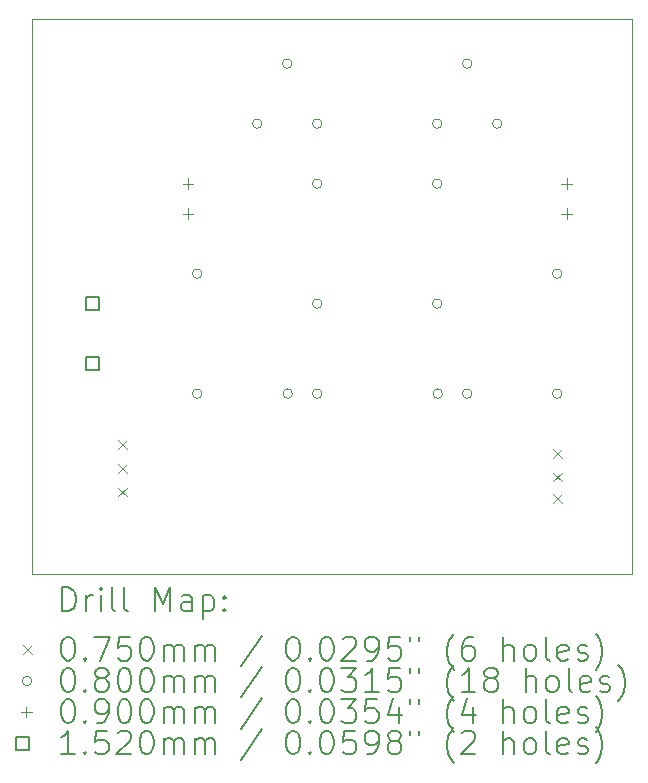
<source format=gbr>
%TF.GenerationSoftware,KiCad,Pcbnew,7.0.7*%
%TF.CreationDate,2024-05-03T13:01:40+03:00*%
%TF.ProjectId,Flip-Flop_lab_project,466c6970-2d46-46c6-9f70-5f6c61625f70,rev?*%
%TF.SameCoordinates,Original*%
%TF.FileFunction,Drillmap*%
%TF.FilePolarity,Positive*%
%FSLAX45Y45*%
G04 Gerber Fmt 4.5, Leading zero omitted, Abs format (unit mm)*
G04 Created by KiCad (PCBNEW 7.0.7) date 2024-05-03 13:01:40*
%MOMM*%
%LPD*%
G01*
G04 APERTURE LIST*
%ADD10C,0.100000*%
%ADD11C,0.200000*%
%ADD12C,0.075000*%
%ADD13C,0.080000*%
%ADD14C,0.090000*%
%ADD15C,0.152000*%
G04 APERTURE END LIST*
D10*
X17145000Y-7493000D02*
X12065000Y-7493000D01*
X12065000Y-12192000D02*
X12065000Y-7493000D01*
X17145000Y-12192000D02*
X12065000Y-12192000D01*
X17145000Y-7493000D02*
X17145000Y-12192000D01*
D11*
D12*
X12789500Y-11062300D02*
X12864500Y-11137300D01*
X12864500Y-11062300D02*
X12789500Y-11137300D01*
X12789500Y-11265500D02*
X12864500Y-11340500D01*
X12864500Y-11265500D02*
X12789500Y-11340500D01*
X12794580Y-11463620D02*
X12869580Y-11538620D01*
X12869580Y-11463620D02*
X12794580Y-11538620D01*
X16472500Y-11138500D02*
X16547500Y-11213500D01*
X16547500Y-11138500D02*
X16472500Y-11213500D01*
X16472500Y-11336620D02*
X16547500Y-11411620D01*
X16547500Y-11336620D02*
X16472500Y-11411620D01*
X16472500Y-11519500D02*
X16547500Y-11594500D01*
X16547500Y-11519500D02*
X16472500Y-11594500D01*
D13*
X13502000Y-9652000D02*
G75*
G03*
X13502000Y-9652000I-40000J0D01*
G01*
X13502000Y-10668000D02*
G75*
G03*
X13502000Y-10668000I-40000J0D01*
G01*
X14010000Y-8382000D02*
G75*
G03*
X14010000Y-8382000I-40000J0D01*
G01*
X14264000Y-7874000D02*
G75*
G03*
X14264000Y-7874000I-40000J0D01*
G01*
X14268000Y-10668000D02*
G75*
G03*
X14268000Y-10668000I-40000J0D01*
G01*
X14518000Y-8382000D02*
G75*
G03*
X14518000Y-8382000I-40000J0D01*
G01*
X14518000Y-8890000D02*
G75*
G03*
X14518000Y-8890000I-40000J0D01*
G01*
X14518000Y-9906000D02*
G75*
G03*
X14518000Y-9906000I-40000J0D01*
G01*
X14518000Y-10668000D02*
G75*
G03*
X14518000Y-10668000I-40000J0D01*
G01*
X15534000Y-8382000D02*
G75*
G03*
X15534000Y-8382000I-40000J0D01*
G01*
X15534000Y-8890000D02*
G75*
G03*
X15534000Y-8890000I-40000J0D01*
G01*
X15534000Y-9906000D02*
G75*
G03*
X15534000Y-9906000I-40000J0D01*
G01*
X15538000Y-10668000D02*
G75*
G03*
X15538000Y-10668000I-40000J0D01*
G01*
X15788000Y-7874000D02*
G75*
G03*
X15788000Y-7874000I-40000J0D01*
G01*
X15788000Y-10668000D02*
G75*
G03*
X15788000Y-10668000I-40000J0D01*
G01*
X16042000Y-8382000D02*
G75*
G03*
X16042000Y-8382000I-40000J0D01*
G01*
X16550000Y-9652000D02*
G75*
G03*
X16550000Y-9652000I-40000J0D01*
G01*
X16550000Y-10668000D02*
G75*
G03*
X16550000Y-10668000I-40000J0D01*
G01*
D14*
X13383000Y-8845000D02*
X13383000Y-8935000D01*
X13338000Y-8890000D02*
X13428000Y-8890000D01*
X13383000Y-9099000D02*
X13383000Y-9189000D01*
X13338000Y-9144000D02*
X13428000Y-9144000D01*
X16589000Y-8845000D02*
X16589000Y-8935000D01*
X16544000Y-8890000D02*
X16634000Y-8890000D01*
X16589000Y-9099000D02*
X16589000Y-9189000D01*
X16544000Y-9144000D02*
X16634000Y-9144000D01*
D15*
X12626741Y-9959741D02*
X12626741Y-9852259D01*
X12519259Y-9852259D01*
X12519259Y-9959741D01*
X12626741Y-9959741D01*
X12626741Y-10467741D02*
X12626741Y-10360259D01*
X12519259Y-10360259D01*
X12519259Y-10467741D01*
X12626741Y-10467741D01*
D11*
X12320777Y-12508484D02*
X12320777Y-12308484D01*
X12320777Y-12308484D02*
X12368396Y-12308484D01*
X12368396Y-12308484D02*
X12396967Y-12318008D01*
X12396967Y-12318008D02*
X12416015Y-12337055D01*
X12416015Y-12337055D02*
X12425539Y-12356103D01*
X12425539Y-12356103D02*
X12435062Y-12394198D01*
X12435062Y-12394198D02*
X12435062Y-12422769D01*
X12435062Y-12422769D02*
X12425539Y-12460865D01*
X12425539Y-12460865D02*
X12416015Y-12479912D01*
X12416015Y-12479912D02*
X12396967Y-12498960D01*
X12396967Y-12498960D02*
X12368396Y-12508484D01*
X12368396Y-12508484D02*
X12320777Y-12508484D01*
X12520777Y-12508484D02*
X12520777Y-12375150D01*
X12520777Y-12413246D02*
X12530301Y-12394198D01*
X12530301Y-12394198D02*
X12539824Y-12384674D01*
X12539824Y-12384674D02*
X12558872Y-12375150D01*
X12558872Y-12375150D02*
X12577920Y-12375150D01*
X12644586Y-12508484D02*
X12644586Y-12375150D01*
X12644586Y-12308484D02*
X12635062Y-12318008D01*
X12635062Y-12318008D02*
X12644586Y-12327531D01*
X12644586Y-12327531D02*
X12654110Y-12318008D01*
X12654110Y-12318008D02*
X12644586Y-12308484D01*
X12644586Y-12308484D02*
X12644586Y-12327531D01*
X12768396Y-12508484D02*
X12749348Y-12498960D01*
X12749348Y-12498960D02*
X12739824Y-12479912D01*
X12739824Y-12479912D02*
X12739824Y-12308484D01*
X12873158Y-12508484D02*
X12854110Y-12498960D01*
X12854110Y-12498960D02*
X12844586Y-12479912D01*
X12844586Y-12479912D02*
X12844586Y-12308484D01*
X13101729Y-12508484D02*
X13101729Y-12308484D01*
X13101729Y-12308484D02*
X13168396Y-12451341D01*
X13168396Y-12451341D02*
X13235062Y-12308484D01*
X13235062Y-12308484D02*
X13235062Y-12508484D01*
X13416015Y-12508484D02*
X13416015Y-12403722D01*
X13416015Y-12403722D02*
X13406491Y-12384674D01*
X13406491Y-12384674D02*
X13387443Y-12375150D01*
X13387443Y-12375150D02*
X13349348Y-12375150D01*
X13349348Y-12375150D02*
X13330301Y-12384674D01*
X13416015Y-12498960D02*
X13396967Y-12508484D01*
X13396967Y-12508484D02*
X13349348Y-12508484D01*
X13349348Y-12508484D02*
X13330301Y-12498960D01*
X13330301Y-12498960D02*
X13320777Y-12479912D01*
X13320777Y-12479912D02*
X13320777Y-12460865D01*
X13320777Y-12460865D02*
X13330301Y-12441817D01*
X13330301Y-12441817D02*
X13349348Y-12432293D01*
X13349348Y-12432293D02*
X13396967Y-12432293D01*
X13396967Y-12432293D02*
X13416015Y-12422769D01*
X13511253Y-12375150D02*
X13511253Y-12575150D01*
X13511253Y-12384674D02*
X13530301Y-12375150D01*
X13530301Y-12375150D02*
X13568396Y-12375150D01*
X13568396Y-12375150D02*
X13587443Y-12384674D01*
X13587443Y-12384674D02*
X13596967Y-12394198D01*
X13596967Y-12394198D02*
X13606491Y-12413246D01*
X13606491Y-12413246D02*
X13606491Y-12470388D01*
X13606491Y-12470388D02*
X13596967Y-12489436D01*
X13596967Y-12489436D02*
X13587443Y-12498960D01*
X13587443Y-12498960D02*
X13568396Y-12508484D01*
X13568396Y-12508484D02*
X13530301Y-12508484D01*
X13530301Y-12508484D02*
X13511253Y-12498960D01*
X13692205Y-12489436D02*
X13701729Y-12498960D01*
X13701729Y-12498960D02*
X13692205Y-12508484D01*
X13692205Y-12508484D02*
X13682682Y-12498960D01*
X13682682Y-12498960D02*
X13692205Y-12489436D01*
X13692205Y-12489436D02*
X13692205Y-12508484D01*
X13692205Y-12384674D02*
X13701729Y-12394198D01*
X13701729Y-12394198D02*
X13692205Y-12403722D01*
X13692205Y-12403722D02*
X13682682Y-12394198D01*
X13682682Y-12394198D02*
X13692205Y-12384674D01*
X13692205Y-12384674D02*
X13692205Y-12403722D01*
D12*
X11985000Y-12799500D02*
X12060000Y-12874500D01*
X12060000Y-12799500D02*
X11985000Y-12874500D01*
D11*
X12358872Y-12728484D02*
X12377920Y-12728484D01*
X12377920Y-12728484D02*
X12396967Y-12738008D01*
X12396967Y-12738008D02*
X12406491Y-12747531D01*
X12406491Y-12747531D02*
X12416015Y-12766579D01*
X12416015Y-12766579D02*
X12425539Y-12804674D01*
X12425539Y-12804674D02*
X12425539Y-12852293D01*
X12425539Y-12852293D02*
X12416015Y-12890388D01*
X12416015Y-12890388D02*
X12406491Y-12909436D01*
X12406491Y-12909436D02*
X12396967Y-12918960D01*
X12396967Y-12918960D02*
X12377920Y-12928484D01*
X12377920Y-12928484D02*
X12358872Y-12928484D01*
X12358872Y-12928484D02*
X12339824Y-12918960D01*
X12339824Y-12918960D02*
X12330301Y-12909436D01*
X12330301Y-12909436D02*
X12320777Y-12890388D01*
X12320777Y-12890388D02*
X12311253Y-12852293D01*
X12311253Y-12852293D02*
X12311253Y-12804674D01*
X12311253Y-12804674D02*
X12320777Y-12766579D01*
X12320777Y-12766579D02*
X12330301Y-12747531D01*
X12330301Y-12747531D02*
X12339824Y-12738008D01*
X12339824Y-12738008D02*
X12358872Y-12728484D01*
X12511253Y-12909436D02*
X12520777Y-12918960D01*
X12520777Y-12918960D02*
X12511253Y-12928484D01*
X12511253Y-12928484D02*
X12501729Y-12918960D01*
X12501729Y-12918960D02*
X12511253Y-12909436D01*
X12511253Y-12909436D02*
X12511253Y-12928484D01*
X12587443Y-12728484D02*
X12720777Y-12728484D01*
X12720777Y-12728484D02*
X12635062Y-12928484D01*
X12892205Y-12728484D02*
X12796967Y-12728484D01*
X12796967Y-12728484D02*
X12787443Y-12823722D01*
X12787443Y-12823722D02*
X12796967Y-12814198D01*
X12796967Y-12814198D02*
X12816015Y-12804674D01*
X12816015Y-12804674D02*
X12863634Y-12804674D01*
X12863634Y-12804674D02*
X12882682Y-12814198D01*
X12882682Y-12814198D02*
X12892205Y-12823722D01*
X12892205Y-12823722D02*
X12901729Y-12842769D01*
X12901729Y-12842769D02*
X12901729Y-12890388D01*
X12901729Y-12890388D02*
X12892205Y-12909436D01*
X12892205Y-12909436D02*
X12882682Y-12918960D01*
X12882682Y-12918960D02*
X12863634Y-12928484D01*
X12863634Y-12928484D02*
X12816015Y-12928484D01*
X12816015Y-12928484D02*
X12796967Y-12918960D01*
X12796967Y-12918960D02*
X12787443Y-12909436D01*
X13025539Y-12728484D02*
X13044586Y-12728484D01*
X13044586Y-12728484D02*
X13063634Y-12738008D01*
X13063634Y-12738008D02*
X13073158Y-12747531D01*
X13073158Y-12747531D02*
X13082682Y-12766579D01*
X13082682Y-12766579D02*
X13092205Y-12804674D01*
X13092205Y-12804674D02*
X13092205Y-12852293D01*
X13092205Y-12852293D02*
X13082682Y-12890388D01*
X13082682Y-12890388D02*
X13073158Y-12909436D01*
X13073158Y-12909436D02*
X13063634Y-12918960D01*
X13063634Y-12918960D02*
X13044586Y-12928484D01*
X13044586Y-12928484D02*
X13025539Y-12928484D01*
X13025539Y-12928484D02*
X13006491Y-12918960D01*
X13006491Y-12918960D02*
X12996967Y-12909436D01*
X12996967Y-12909436D02*
X12987443Y-12890388D01*
X12987443Y-12890388D02*
X12977920Y-12852293D01*
X12977920Y-12852293D02*
X12977920Y-12804674D01*
X12977920Y-12804674D02*
X12987443Y-12766579D01*
X12987443Y-12766579D02*
X12996967Y-12747531D01*
X12996967Y-12747531D02*
X13006491Y-12738008D01*
X13006491Y-12738008D02*
X13025539Y-12728484D01*
X13177920Y-12928484D02*
X13177920Y-12795150D01*
X13177920Y-12814198D02*
X13187443Y-12804674D01*
X13187443Y-12804674D02*
X13206491Y-12795150D01*
X13206491Y-12795150D02*
X13235063Y-12795150D01*
X13235063Y-12795150D02*
X13254110Y-12804674D01*
X13254110Y-12804674D02*
X13263634Y-12823722D01*
X13263634Y-12823722D02*
X13263634Y-12928484D01*
X13263634Y-12823722D02*
X13273158Y-12804674D01*
X13273158Y-12804674D02*
X13292205Y-12795150D01*
X13292205Y-12795150D02*
X13320777Y-12795150D01*
X13320777Y-12795150D02*
X13339824Y-12804674D01*
X13339824Y-12804674D02*
X13349348Y-12823722D01*
X13349348Y-12823722D02*
X13349348Y-12928484D01*
X13444586Y-12928484D02*
X13444586Y-12795150D01*
X13444586Y-12814198D02*
X13454110Y-12804674D01*
X13454110Y-12804674D02*
X13473158Y-12795150D01*
X13473158Y-12795150D02*
X13501729Y-12795150D01*
X13501729Y-12795150D02*
X13520777Y-12804674D01*
X13520777Y-12804674D02*
X13530301Y-12823722D01*
X13530301Y-12823722D02*
X13530301Y-12928484D01*
X13530301Y-12823722D02*
X13539824Y-12804674D01*
X13539824Y-12804674D02*
X13558872Y-12795150D01*
X13558872Y-12795150D02*
X13587443Y-12795150D01*
X13587443Y-12795150D02*
X13606491Y-12804674D01*
X13606491Y-12804674D02*
X13616015Y-12823722D01*
X13616015Y-12823722D02*
X13616015Y-12928484D01*
X14006491Y-12718960D02*
X13835063Y-12976103D01*
X14263634Y-12728484D02*
X14282682Y-12728484D01*
X14282682Y-12728484D02*
X14301729Y-12738008D01*
X14301729Y-12738008D02*
X14311253Y-12747531D01*
X14311253Y-12747531D02*
X14320777Y-12766579D01*
X14320777Y-12766579D02*
X14330301Y-12804674D01*
X14330301Y-12804674D02*
X14330301Y-12852293D01*
X14330301Y-12852293D02*
X14320777Y-12890388D01*
X14320777Y-12890388D02*
X14311253Y-12909436D01*
X14311253Y-12909436D02*
X14301729Y-12918960D01*
X14301729Y-12918960D02*
X14282682Y-12928484D01*
X14282682Y-12928484D02*
X14263634Y-12928484D01*
X14263634Y-12928484D02*
X14244586Y-12918960D01*
X14244586Y-12918960D02*
X14235063Y-12909436D01*
X14235063Y-12909436D02*
X14225539Y-12890388D01*
X14225539Y-12890388D02*
X14216015Y-12852293D01*
X14216015Y-12852293D02*
X14216015Y-12804674D01*
X14216015Y-12804674D02*
X14225539Y-12766579D01*
X14225539Y-12766579D02*
X14235063Y-12747531D01*
X14235063Y-12747531D02*
X14244586Y-12738008D01*
X14244586Y-12738008D02*
X14263634Y-12728484D01*
X14416015Y-12909436D02*
X14425539Y-12918960D01*
X14425539Y-12918960D02*
X14416015Y-12928484D01*
X14416015Y-12928484D02*
X14406491Y-12918960D01*
X14406491Y-12918960D02*
X14416015Y-12909436D01*
X14416015Y-12909436D02*
X14416015Y-12928484D01*
X14549348Y-12728484D02*
X14568396Y-12728484D01*
X14568396Y-12728484D02*
X14587444Y-12738008D01*
X14587444Y-12738008D02*
X14596967Y-12747531D01*
X14596967Y-12747531D02*
X14606491Y-12766579D01*
X14606491Y-12766579D02*
X14616015Y-12804674D01*
X14616015Y-12804674D02*
X14616015Y-12852293D01*
X14616015Y-12852293D02*
X14606491Y-12890388D01*
X14606491Y-12890388D02*
X14596967Y-12909436D01*
X14596967Y-12909436D02*
X14587444Y-12918960D01*
X14587444Y-12918960D02*
X14568396Y-12928484D01*
X14568396Y-12928484D02*
X14549348Y-12928484D01*
X14549348Y-12928484D02*
X14530301Y-12918960D01*
X14530301Y-12918960D02*
X14520777Y-12909436D01*
X14520777Y-12909436D02*
X14511253Y-12890388D01*
X14511253Y-12890388D02*
X14501729Y-12852293D01*
X14501729Y-12852293D02*
X14501729Y-12804674D01*
X14501729Y-12804674D02*
X14511253Y-12766579D01*
X14511253Y-12766579D02*
X14520777Y-12747531D01*
X14520777Y-12747531D02*
X14530301Y-12738008D01*
X14530301Y-12738008D02*
X14549348Y-12728484D01*
X14692206Y-12747531D02*
X14701729Y-12738008D01*
X14701729Y-12738008D02*
X14720777Y-12728484D01*
X14720777Y-12728484D02*
X14768396Y-12728484D01*
X14768396Y-12728484D02*
X14787444Y-12738008D01*
X14787444Y-12738008D02*
X14796967Y-12747531D01*
X14796967Y-12747531D02*
X14806491Y-12766579D01*
X14806491Y-12766579D02*
X14806491Y-12785627D01*
X14806491Y-12785627D02*
X14796967Y-12814198D01*
X14796967Y-12814198D02*
X14682682Y-12928484D01*
X14682682Y-12928484D02*
X14806491Y-12928484D01*
X14901729Y-12928484D02*
X14939825Y-12928484D01*
X14939825Y-12928484D02*
X14958872Y-12918960D01*
X14958872Y-12918960D02*
X14968396Y-12909436D01*
X14968396Y-12909436D02*
X14987444Y-12880865D01*
X14987444Y-12880865D02*
X14996967Y-12842769D01*
X14996967Y-12842769D02*
X14996967Y-12766579D01*
X14996967Y-12766579D02*
X14987444Y-12747531D01*
X14987444Y-12747531D02*
X14977920Y-12738008D01*
X14977920Y-12738008D02*
X14958872Y-12728484D01*
X14958872Y-12728484D02*
X14920777Y-12728484D01*
X14920777Y-12728484D02*
X14901729Y-12738008D01*
X14901729Y-12738008D02*
X14892206Y-12747531D01*
X14892206Y-12747531D02*
X14882682Y-12766579D01*
X14882682Y-12766579D02*
X14882682Y-12814198D01*
X14882682Y-12814198D02*
X14892206Y-12833246D01*
X14892206Y-12833246D02*
X14901729Y-12842769D01*
X14901729Y-12842769D02*
X14920777Y-12852293D01*
X14920777Y-12852293D02*
X14958872Y-12852293D01*
X14958872Y-12852293D02*
X14977920Y-12842769D01*
X14977920Y-12842769D02*
X14987444Y-12833246D01*
X14987444Y-12833246D02*
X14996967Y-12814198D01*
X15177920Y-12728484D02*
X15082682Y-12728484D01*
X15082682Y-12728484D02*
X15073158Y-12823722D01*
X15073158Y-12823722D02*
X15082682Y-12814198D01*
X15082682Y-12814198D02*
X15101729Y-12804674D01*
X15101729Y-12804674D02*
X15149348Y-12804674D01*
X15149348Y-12804674D02*
X15168396Y-12814198D01*
X15168396Y-12814198D02*
X15177920Y-12823722D01*
X15177920Y-12823722D02*
X15187444Y-12842769D01*
X15187444Y-12842769D02*
X15187444Y-12890388D01*
X15187444Y-12890388D02*
X15177920Y-12909436D01*
X15177920Y-12909436D02*
X15168396Y-12918960D01*
X15168396Y-12918960D02*
X15149348Y-12928484D01*
X15149348Y-12928484D02*
X15101729Y-12928484D01*
X15101729Y-12928484D02*
X15082682Y-12918960D01*
X15082682Y-12918960D02*
X15073158Y-12909436D01*
X15263634Y-12728484D02*
X15263634Y-12766579D01*
X15339825Y-12728484D02*
X15339825Y-12766579D01*
X15635063Y-13004674D02*
X15625539Y-12995150D01*
X15625539Y-12995150D02*
X15606491Y-12966579D01*
X15606491Y-12966579D02*
X15596968Y-12947531D01*
X15596968Y-12947531D02*
X15587444Y-12918960D01*
X15587444Y-12918960D02*
X15577920Y-12871341D01*
X15577920Y-12871341D02*
X15577920Y-12833246D01*
X15577920Y-12833246D02*
X15587444Y-12785627D01*
X15587444Y-12785627D02*
X15596968Y-12757055D01*
X15596968Y-12757055D02*
X15606491Y-12738008D01*
X15606491Y-12738008D02*
X15625539Y-12709436D01*
X15625539Y-12709436D02*
X15635063Y-12699912D01*
X15796968Y-12728484D02*
X15758872Y-12728484D01*
X15758872Y-12728484D02*
X15739825Y-12738008D01*
X15739825Y-12738008D02*
X15730301Y-12747531D01*
X15730301Y-12747531D02*
X15711253Y-12776103D01*
X15711253Y-12776103D02*
X15701729Y-12814198D01*
X15701729Y-12814198D02*
X15701729Y-12890388D01*
X15701729Y-12890388D02*
X15711253Y-12909436D01*
X15711253Y-12909436D02*
X15720777Y-12918960D01*
X15720777Y-12918960D02*
X15739825Y-12928484D01*
X15739825Y-12928484D02*
X15777920Y-12928484D01*
X15777920Y-12928484D02*
X15796968Y-12918960D01*
X15796968Y-12918960D02*
X15806491Y-12909436D01*
X15806491Y-12909436D02*
X15816015Y-12890388D01*
X15816015Y-12890388D02*
X15816015Y-12842769D01*
X15816015Y-12842769D02*
X15806491Y-12823722D01*
X15806491Y-12823722D02*
X15796968Y-12814198D01*
X15796968Y-12814198D02*
X15777920Y-12804674D01*
X15777920Y-12804674D02*
X15739825Y-12804674D01*
X15739825Y-12804674D02*
X15720777Y-12814198D01*
X15720777Y-12814198D02*
X15711253Y-12823722D01*
X15711253Y-12823722D02*
X15701729Y-12842769D01*
X16054110Y-12928484D02*
X16054110Y-12728484D01*
X16139825Y-12928484D02*
X16139825Y-12823722D01*
X16139825Y-12823722D02*
X16130301Y-12804674D01*
X16130301Y-12804674D02*
X16111253Y-12795150D01*
X16111253Y-12795150D02*
X16082682Y-12795150D01*
X16082682Y-12795150D02*
X16063634Y-12804674D01*
X16063634Y-12804674D02*
X16054110Y-12814198D01*
X16263634Y-12928484D02*
X16244587Y-12918960D01*
X16244587Y-12918960D02*
X16235063Y-12909436D01*
X16235063Y-12909436D02*
X16225539Y-12890388D01*
X16225539Y-12890388D02*
X16225539Y-12833246D01*
X16225539Y-12833246D02*
X16235063Y-12814198D01*
X16235063Y-12814198D02*
X16244587Y-12804674D01*
X16244587Y-12804674D02*
X16263634Y-12795150D01*
X16263634Y-12795150D02*
X16292206Y-12795150D01*
X16292206Y-12795150D02*
X16311253Y-12804674D01*
X16311253Y-12804674D02*
X16320777Y-12814198D01*
X16320777Y-12814198D02*
X16330301Y-12833246D01*
X16330301Y-12833246D02*
X16330301Y-12890388D01*
X16330301Y-12890388D02*
X16320777Y-12909436D01*
X16320777Y-12909436D02*
X16311253Y-12918960D01*
X16311253Y-12918960D02*
X16292206Y-12928484D01*
X16292206Y-12928484D02*
X16263634Y-12928484D01*
X16444587Y-12928484D02*
X16425539Y-12918960D01*
X16425539Y-12918960D02*
X16416015Y-12899912D01*
X16416015Y-12899912D02*
X16416015Y-12728484D01*
X16596968Y-12918960D02*
X16577920Y-12928484D01*
X16577920Y-12928484D02*
X16539825Y-12928484D01*
X16539825Y-12928484D02*
X16520777Y-12918960D01*
X16520777Y-12918960D02*
X16511253Y-12899912D01*
X16511253Y-12899912D02*
X16511253Y-12823722D01*
X16511253Y-12823722D02*
X16520777Y-12804674D01*
X16520777Y-12804674D02*
X16539825Y-12795150D01*
X16539825Y-12795150D02*
X16577920Y-12795150D01*
X16577920Y-12795150D02*
X16596968Y-12804674D01*
X16596968Y-12804674D02*
X16606491Y-12823722D01*
X16606491Y-12823722D02*
X16606491Y-12842769D01*
X16606491Y-12842769D02*
X16511253Y-12861817D01*
X16682682Y-12918960D02*
X16701730Y-12928484D01*
X16701730Y-12928484D02*
X16739825Y-12928484D01*
X16739825Y-12928484D02*
X16758872Y-12918960D01*
X16758872Y-12918960D02*
X16768396Y-12899912D01*
X16768396Y-12899912D02*
X16768396Y-12890388D01*
X16768396Y-12890388D02*
X16758872Y-12871341D01*
X16758872Y-12871341D02*
X16739825Y-12861817D01*
X16739825Y-12861817D02*
X16711253Y-12861817D01*
X16711253Y-12861817D02*
X16692206Y-12852293D01*
X16692206Y-12852293D02*
X16682682Y-12833246D01*
X16682682Y-12833246D02*
X16682682Y-12823722D01*
X16682682Y-12823722D02*
X16692206Y-12804674D01*
X16692206Y-12804674D02*
X16711253Y-12795150D01*
X16711253Y-12795150D02*
X16739825Y-12795150D01*
X16739825Y-12795150D02*
X16758872Y-12804674D01*
X16835063Y-13004674D02*
X16844587Y-12995150D01*
X16844587Y-12995150D02*
X16863634Y-12966579D01*
X16863634Y-12966579D02*
X16873158Y-12947531D01*
X16873158Y-12947531D02*
X16882682Y-12918960D01*
X16882682Y-12918960D02*
X16892206Y-12871341D01*
X16892206Y-12871341D02*
X16892206Y-12833246D01*
X16892206Y-12833246D02*
X16882682Y-12785627D01*
X16882682Y-12785627D02*
X16873158Y-12757055D01*
X16873158Y-12757055D02*
X16863634Y-12738008D01*
X16863634Y-12738008D02*
X16844587Y-12709436D01*
X16844587Y-12709436D02*
X16835063Y-12699912D01*
D13*
X12060000Y-13101000D02*
G75*
G03*
X12060000Y-13101000I-40000J0D01*
G01*
D11*
X12358872Y-12992484D02*
X12377920Y-12992484D01*
X12377920Y-12992484D02*
X12396967Y-13002008D01*
X12396967Y-13002008D02*
X12406491Y-13011531D01*
X12406491Y-13011531D02*
X12416015Y-13030579D01*
X12416015Y-13030579D02*
X12425539Y-13068674D01*
X12425539Y-13068674D02*
X12425539Y-13116293D01*
X12425539Y-13116293D02*
X12416015Y-13154388D01*
X12416015Y-13154388D02*
X12406491Y-13173436D01*
X12406491Y-13173436D02*
X12396967Y-13182960D01*
X12396967Y-13182960D02*
X12377920Y-13192484D01*
X12377920Y-13192484D02*
X12358872Y-13192484D01*
X12358872Y-13192484D02*
X12339824Y-13182960D01*
X12339824Y-13182960D02*
X12330301Y-13173436D01*
X12330301Y-13173436D02*
X12320777Y-13154388D01*
X12320777Y-13154388D02*
X12311253Y-13116293D01*
X12311253Y-13116293D02*
X12311253Y-13068674D01*
X12311253Y-13068674D02*
X12320777Y-13030579D01*
X12320777Y-13030579D02*
X12330301Y-13011531D01*
X12330301Y-13011531D02*
X12339824Y-13002008D01*
X12339824Y-13002008D02*
X12358872Y-12992484D01*
X12511253Y-13173436D02*
X12520777Y-13182960D01*
X12520777Y-13182960D02*
X12511253Y-13192484D01*
X12511253Y-13192484D02*
X12501729Y-13182960D01*
X12501729Y-13182960D02*
X12511253Y-13173436D01*
X12511253Y-13173436D02*
X12511253Y-13192484D01*
X12635062Y-13078198D02*
X12616015Y-13068674D01*
X12616015Y-13068674D02*
X12606491Y-13059150D01*
X12606491Y-13059150D02*
X12596967Y-13040103D01*
X12596967Y-13040103D02*
X12596967Y-13030579D01*
X12596967Y-13030579D02*
X12606491Y-13011531D01*
X12606491Y-13011531D02*
X12616015Y-13002008D01*
X12616015Y-13002008D02*
X12635062Y-12992484D01*
X12635062Y-12992484D02*
X12673158Y-12992484D01*
X12673158Y-12992484D02*
X12692205Y-13002008D01*
X12692205Y-13002008D02*
X12701729Y-13011531D01*
X12701729Y-13011531D02*
X12711253Y-13030579D01*
X12711253Y-13030579D02*
X12711253Y-13040103D01*
X12711253Y-13040103D02*
X12701729Y-13059150D01*
X12701729Y-13059150D02*
X12692205Y-13068674D01*
X12692205Y-13068674D02*
X12673158Y-13078198D01*
X12673158Y-13078198D02*
X12635062Y-13078198D01*
X12635062Y-13078198D02*
X12616015Y-13087722D01*
X12616015Y-13087722D02*
X12606491Y-13097246D01*
X12606491Y-13097246D02*
X12596967Y-13116293D01*
X12596967Y-13116293D02*
X12596967Y-13154388D01*
X12596967Y-13154388D02*
X12606491Y-13173436D01*
X12606491Y-13173436D02*
X12616015Y-13182960D01*
X12616015Y-13182960D02*
X12635062Y-13192484D01*
X12635062Y-13192484D02*
X12673158Y-13192484D01*
X12673158Y-13192484D02*
X12692205Y-13182960D01*
X12692205Y-13182960D02*
X12701729Y-13173436D01*
X12701729Y-13173436D02*
X12711253Y-13154388D01*
X12711253Y-13154388D02*
X12711253Y-13116293D01*
X12711253Y-13116293D02*
X12701729Y-13097246D01*
X12701729Y-13097246D02*
X12692205Y-13087722D01*
X12692205Y-13087722D02*
X12673158Y-13078198D01*
X12835062Y-12992484D02*
X12854110Y-12992484D01*
X12854110Y-12992484D02*
X12873158Y-13002008D01*
X12873158Y-13002008D02*
X12882682Y-13011531D01*
X12882682Y-13011531D02*
X12892205Y-13030579D01*
X12892205Y-13030579D02*
X12901729Y-13068674D01*
X12901729Y-13068674D02*
X12901729Y-13116293D01*
X12901729Y-13116293D02*
X12892205Y-13154388D01*
X12892205Y-13154388D02*
X12882682Y-13173436D01*
X12882682Y-13173436D02*
X12873158Y-13182960D01*
X12873158Y-13182960D02*
X12854110Y-13192484D01*
X12854110Y-13192484D02*
X12835062Y-13192484D01*
X12835062Y-13192484D02*
X12816015Y-13182960D01*
X12816015Y-13182960D02*
X12806491Y-13173436D01*
X12806491Y-13173436D02*
X12796967Y-13154388D01*
X12796967Y-13154388D02*
X12787443Y-13116293D01*
X12787443Y-13116293D02*
X12787443Y-13068674D01*
X12787443Y-13068674D02*
X12796967Y-13030579D01*
X12796967Y-13030579D02*
X12806491Y-13011531D01*
X12806491Y-13011531D02*
X12816015Y-13002008D01*
X12816015Y-13002008D02*
X12835062Y-12992484D01*
X13025539Y-12992484D02*
X13044586Y-12992484D01*
X13044586Y-12992484D02*
X13063634Y-13002008D01*
X13063634Y-13002008D02*
X13073158Y-13011531D01*
X13073158Y-13011531D02*
X13082682Y-13030579D01*
X13082682Y-13030579D02*
X13092205Y-13068674D01*
X13092205Y-13068674D02*
X13092205Y-13116293D01*
X13092205Y-13116293D02*
X13082682Y-13154388D01*
X13082682Y-13154388D02*
X13073158Y-13173436D01*
X13073158Y-13173436D02*
X13063634Y-13182960D01*
X13063634Y-13182960D02*
X13044586Y-13192484D01*
X13044586Y-13192484D02*
X13025539Y-13192484D01*
X13025539Y-13192484D02*
X13006491Y-13182960D01*
X13006491Y-13182960D02*
X12996967Y-13173436D01*
X12996967Y-13173436D02*
X12987443Y-13154388D01*
X12987443Y-13154388D02*
X12977920Y-13116293D01*
X12977920Y-13116293D02*
X12977920Y-13068674D01*
X12977920Y-13068674D02*
X12987443Y-13030579D01*
X12987443Y-13030579D02*
X12996967Y-13011531D01*
X12996967Y-13011531D02*
X13006491Y-13002008D01*
X13006491Y-13002008D02*
X13025539Y-12992484D01*
X13177920Y-13192484D02*
X13177920Y-13059150D01*
X13177920Y-13078198D02*
X13187443Y-13068674D01*
X13187443Y-13068674D02*
X13206491Y-13059150D01*
X13206491Y-13059150D02*
X13235063Y-13059150D01*
X13235063Y-13059150D02*
X13254110Y-13068674D01*
X13254110Y-13068674D02*
X13263634Y-13087722D01*
X13263634Y-13087722D02*
X13263634Y-13192484D01*
X13263634Y-13087722D02*
X13273158Y-13068674D01*
X13273158Y-13068674D02*
X13292205Y-13059150D01*
X13292205Y-13059150D02*
X13320777Y-13059150D01*
X13320777Y-13059150D02*
X13339824Y-13068674D01*
X13339824Y-13068674D02*
X13349348Y-13087722D01*
X13349348Y-13087722D02*
X13349348Y-13192484D01*
X13444586Y-13192484D02*
X13444586Y-13059150D01*
X13444586Y-13078198D02*
X13454110Y-13068674D01*
X13454110Y-13068674D02*
X13473158Y-13059150D01*
X13473158Y-13059150D02*
X13501729Y-13059150D01*
X13501729Y-13059150D02*
X13520777Y-13068674D01*
X13520777Y-13068674D02*
X13530301Y-13087722D01*
X13530301Y-13087722D02*
X13530301Y-13192484D01*
X13530301Y-13087722D02*
X13539824Y-13068674D01*
X13539824Y-13068674D02*
X13558872Y-13059150D01*
X13558872Y-13059150D02*
X13587443Y-13059150D01*
X13587443Y-13059150D02*
X13606491Y-13068674D01*
X13606491Y-13068674D02*
X13616015Y-13087722D01*
X13616015Y-13087722D02*
X13616015Y-13192484D01*
X14006491Y-12982960D02*
X13835063Y-13240103D01*
X14263634Y-12992484D02*
X14282682Y-12992484D01*
X14282682Y-12992484D02*
X14301729Y-13002008D01*
X14301729Y-13002008D02*
X14311253Y-13011531D01*
X14311253Y-13011531D02*
X14320777Y-13030579D01*
X14320777Y-13030579D02*
X14330301Y-13068674D01*
X14330301Y-13068674D02*
X14330301Y-13116293D01*
X14330301Y-13116293D02*
X14320777Y-13154388D01*
X14320777Y-13154388D02*
X14311253Y-13173436D01*
X14311253Y-13173436D02*
X14301729Y-13182960D01*
X14301729Y-13182960D02*
X14282682Y-13192484D01*
X14282682Y-13192484D02*
X14263634Y-13192484D01*
X14263634Y-13192484D02*
X14244586Y-13182960D01*
X14244586Y-13182960D02*
X14235063Y-13173436D01*
X14235063Y-13173436D02*
X14225539Y-13154388D01*
X14225539Y-13154388D02*
X14216015Y-13116293D01*
X14216015Y-13116293D02*
X14216015Y-13068674D01*
X14216015Y-13068674D02*
X14225539Y-13030579D01*
X14225539Y-13030579D02*
X14235063Y-13011531D01*
X14235063Y-13011531D02*
X14244586Y-13002008D01*
X14244586Y-13002008D02*
X14263634Y-12992484D01*
X14416015Y-13173436D02*
X14425539Y-13182960D01*
X14425539Y-13182960D02*
X14416015Y-13192484D01*
X14416015Y-13192484D02*
X14406491Y-13182960D01*
X14406491Y-13182960D02*
X14416015Y-13173436D01*
X14416015Y-13173436D02*
X14416015Y-13192484D01*
X14549348Y-12992484D02*
X14568396Y-12992484D01*
X14568396Y-12992484D02*
X14587444Y-13002008D01*
X14587444Y-13002008D02*
X14596967Y-13011531D01*
X14596967Y-13011531D02*
X14606491Y-13030579D01*
X14606491Y-13030579D02*
X14616015Y-13068674D01*
X14616015Y-13068674D02*
X14616015Y-13116293D01*
X14616015Y-13116293D02*
X14606491Y-13154388D01*
X14606491Y-13154388D02*
X14596967Y-13173436D01*
X14596967Y-13173436D02*
X14587444Y-13182960D01*
X14587444Y-13182960D02*
X14568396Y-13192484D01*
X14568396Y-13192484D02*
X14549348Y-13192484D01*
X14549348Y-13192484D02*
X14530301Y-13182960D01*
X14530301Y-13182960D02*
X14520777Y-13173436D01*
X14520777Y-13173436D02*
X14511253Y-13154388D01*
X14511253Y-13154388D02*
X14501729Y-13116293D01*
X14501729Y-13116293D02*
X14501729Y-13068674D01*
X14501729Y-13068674D02*
X14511253Y-13030579D01*
X14511253Y-13030579D02*
X14520777Y-13011531D01*
X14520777Y-13011531D02*
X14530301Y-13002008D01*
X14530301Y-13002008D02*
X14549348Y-12992484D01*
X14682682Y-12992484D02*
X14806491Y-12992484D01*
X14806491Y-12992484D02*
X14739825Y-13068674D01*
X14739825Y-13068674D02*
X14768396Y-13068674D01*
X14768396Y-13068674D02*
X14787444Y-13078198D01*
X14787444Y-13078198D02*
X14796967Y-13087722D01*
X14796967Y-13087722D02*
X14806491Y-13106769D01*
X14806491Y-13106769D02*
X14806491Y-13154388D01*
X14806491Y-13154388D02*
X14796967Y-13173436D01*
X14796967Y-13173436D02*
X14787444Y-13182960D01*
X14787444Y-13182960D02*
X14768396Y-13192484D01*
X14768396Y-13192484D02*
X14711253Y-13192484D01*
X14711253Y-13192484D02*
X14692206Y-13182960D01*
X14692206Y-13182960D02*
X14682682Y-13173436D01*
X14996967Y-13192484D02*
X14882682Y-13192484D01*
X14939825Y-13192484D02*
X14939825Y-12992484D01*
X14939825Y-12992484D02*
X14920777Y-13021055D01*
X14920777Y-13021055D02*
X14901729Y-13040103D01*
X14901729Y-13040103D02*
X14882682Y-13049627D01*
X15177920Y-12992484D02*
X15082682Y-12992484D01*
X15082682Y-12992484D02*
X15073158Y-13087722D01*
X15073158Y-13087722D02*
X15082682Y-13078198D01*
X15082682Y-13078198D02*
X15101729Y-13068674D01*
X15101729Y-13068674D02*
X15149348Y-13068674D01*
X15149348Y-13068674D02*
X15168396Y-13078198D01*
X15168396Y-13078198D02*
X15177920Y-13087722D01*
X15177920Y-13087722D02*
X15187444Y-13106769D01*
X15187444Y-13106769D02*
X15187444Y-13154388D01*
X15187444Y-13154388D02*
X15177920Y-13173436D01*
X15177920Y-13173436D02*
X15168396Y-13182960D01*
X15168396Y-13182960D02*
X15149348Y-13192484D01*
X15149348Y-13192484D02*
X15101729Y-13192484D01*
X15101729Y-13192484D02*
X15082682Y-13182960D01*
X15082682Y-13182960D02*
X15073158Y-13173436D01*
X15263634Y-12992484D02*
X15263634Y-13030579D01*
X15339825Y-12992484D02*
X15339825Y-13030579D01*
X15635063Y-13268674D02*
X15625539Y-13259150D01*
X15625539Y-13259150D02*
X15606491Y-13230579D01*
X15606491Y-13230579D02*
X15596968Y-13211531D01*
X15596968Y-13211531D02*
X15587444Y-13182960D01*
X15587444Y-13182960D02*
X15577920Y-13135341D01*
X15577920Y-13135341D02*
X15577920Y-13097246D01*
X15577920Y-13097246D02*
X15587444Y-13049627D01*
X15587444Y-13049627D02*
X15596968Y-13021055D01*
X15596968Y-13021055D02*
X15606491Y-13002008D01*
X15606491Y-13002008D02*
X15625539Y-12973436D01*
X15625539Y-12973436D02*
X15635063Y-12963912D01*
X15816015Y-13192484D02*
X15701729Y-13192484D01*
X15758872Y-13192484D02*
X15758872Y-12992484D01*
X15758872Y-12992484D02*
X15739825Y-13021055D01*
X15739825Y-13021055D02*
X15720777Y-13040103D01*
X15720777Y-13040103D02*
X15701729Y-13049627D01*
X15930301Y-13078198D02*
X15911253Y-13068674D01*
X15911253Y-13068674D02*
X15901729Y-13059150D01*
X15901729Y-13059150D02*
X15892206Y-13040103D01*
X15892206Y-13040103D02*
X15892206Y-13030579D01*
X15892206Y-13030579D02*
X15901729Y-13011531D01*
X15901729Y-13011531D02*
X15911253Y-13002008D01*
X15911253Y-13002008D02*
X15930301Y-12992484D01*
X15930301Y-12992484D02*
X15968396Y-12992484D01*
X15968396Y-12992484D02*
X15987444Y-13002008D01*
X15987444Y-13002008D02*
X15996968Y-13011531D01*
X15996968Y-13011531D02*
X16006491Y-13030579D01*
X16006491Y-13030579D02*
X16006491Y-13040103D01*
X16006491Y-13040103D02*
X15996968Y-13059150D01*
X15996968Y-13059150D02*
X15987444Y-13068674D01*
X15987444Y-13068674D02*
X15968396Y-13078198D01*
X15968396Y-13078198D02*
X15930301Y-13078198D01*
X15930301Y-13078198D02*
X15911253Y-13087722D01*
X15911253Y-13087722D02*
X15901729Y-13097246D01*
X15901729Y-13097246D02*
X15892206Y-13116293D01*
X15892206Y-13116293D02*
X15892206Y-13154388D01*
X15892206Y-13154388D02*
X15901729Y-13173436D01*
X15901729Y-13173436D02*
X15911253Y-13182960D01*
X15911253Y-13182960D02*
X15930301Y-13192484D01*
X15930301Y-13192484D02*
X15968396Y-13192484D01*
X15968396Y-13192484D02*
X15987444Y-13182960D01*
X15987444Y-13182960D02*
X15996968Y-13173436D01*
X15996968Y-13173436D02*
X16006491Y-13154388D01*
X16006491Y-13154388D02*
X16006491Y-13116293D01*
X16006491Y-13116293D02*
X15996968Y-13097246D01*
X15996968Y-13097246D02*
X15987444Y-13087722D01*
X15987444Y-13087722D02*
X15968396Y-13078198D01*
X16244587Y-13192484D02*
X16244587Y-12992484D01*
X16330301Y-13192484D02*
X16330301Y-13087722D01*
X16330301Y-13087722D02*
X16320777Y-13068674D01*
X16320777Y-13068674D02*
X16301730Y-13059150D01*
X16301730Y-13059150D02*
X16273158Y-13059150D01*
X16273158Y-13059150D02*
X16254110Y-13068674D01*
X16254110Y-13068674D02*
X16244587Y-13078198D01*
X16454110Y-13192484D02*
X16435063Y-13182960D01*
X16435063Y-13182960D02*
X16425539Y-13173436D01*
X16425539Y-13173436D02*
X16416015Y-13154388D01*
X16416015Y-13154388D02*
X16416015Y-13097246D01*
X16416015Y-13097246D02*
X16425539Y-13078198D01*
X16425539Y-13078198D02*
X16435063Y-13068674D01*
X16435063Y-13068674D02*
X16454110Y-13059150D01*
X16454110Y-13059150D02*
X16482682Y-13059150D01*
X16482682Y-13059150D02*
X16501730Y-13068674D01*
X16501730Y-13068674D02*
X16511253Y-13078198D01*
X16511253Y-13078198D02*
X16520777Y-13097246D01*
X16520777Y-13097246D02*
X16520777Y-13154388D01*
X16520777Y-13154388D02*
X16511253Y-13173436D01*
X16511253Y-13173436D02*
X16501730Y-13182960D01*
X16501730Y-13182960D02*
X16482682Y-13192484D01*
X16482682Y-13192484D02*
X16454110Y-13192484D01*
X16635063Y-13192484D02*
X16616015Y-13182960D01*
X16616015Y-13182960D02*
X16606491Y-13163912D01*
X16606491Y-13163912D02*
X16606491Y-12992484D01*
X16787444Y-13182960D02*
X16768396Y-13192484D01*
X16768396Y-13192484D02*
X16730301Y-13192484D01*
X16730301Y-13192484D02*
X16711253Y-13182960D01*
X16711253Y-13182960D02*
X16701730Y-13163912D01*
X16701730Y-13163912D02*
X16701730Y-13087722D01*
X16701730Y-13087722D02*
X16711253Y-13068674D01*
X16711253Y-13068674D02*
X16730301Y-13059150D01*
X16730301Y-13059150D02*
X16768396Y-13059150D01*
X16768396Y-13059150D02*
X16787444Y-13068674D01*
X16787444Y-13068674D02*
X16796968Y-13087722D01*
X16796968Y-13087722D02*
X16796968Y-13106769D01*
X16796968Y-13106769D02*
X16701730Y-13125817D01*
X16873158Y-13182960D02*
X16892206Y-13192484D01*
X16892206Y-13192484D02*
X16930301Y-13192484D01*
X16930301Y-13192484D02*
X16949349Y-13182960D01*
X16949349Y-13182960D02*
X16958873Y-13163912D01*
X16958873Y-13163912D02*
X16958873Y-13154388D01*
X16958873Y-13154388D02*
X16949349Y-13135341D01*
X16949349Y-13135341D02*
X16930301Y-13125817D01*
X16930301Y-13125817D02*
X16901730Y-13125817D01*
X16901730Y-13125817D02*
X16882682Y-13116293D01*
X16882682Y-13116293D02*
X16873158Y-13097246D01*
X16873158Y-13097246D02*
X16873158Y-13087722D01*
X16873158Y-13087722D02*
X16882682Y-13068674D01*
X16882682Y-13068674D02*
X16901730Y-13059150D01*
X16901730Y-13059150D02*
X16930301Y-13059150D01*
X16930301Y-13059150D02*
X16949349Y-13068674D01*
X17025539Y-13268674D02*
X17035063Y-13259150D01*
X17035063Y-13259150D02*
X17054111Y-13230579D01*
X17054111Y-13230579D02*
X17063634Y-13211531D01*
X17063634Y-13211531D02*
X17073158Y-13182960D01*
X17073158Y-13182960D02*
X17082682Y-13135341D01*
X17082682Y-13135341D02*
X17082682Y-13097246D01*
X17082682Y-13097246D02*
X17073158Y-13049627D01*
X17073158Y-13049627D02*
X17063634Y-13021055D01*
X17063634Y-13021055D02*
X17054111Y-13002008D01*
X17054111Y-13002008D02*
X17035063Y-12973436D01*
X17035063Y-12973436D02*
X17025539Y-12963912D01*
D14*
X12015000Y-13320000D02*
X12015000Y-13410000D01*
X11970000Y-13365000D02*
X12060000Y-13365000D01*
D11*
X12358872Y-13256484D02*
X12377920Y-13256484D01*
X12377920Y-13256484D02*
X12396967Y-13266008D01*
X12396967Y-13266008D02*
X12406491Y-13275531D01*
X12406491Y-13275531D02*
X12416015Y-13294579D01*
X12416015Y-13294579D02*
X12425539Y-13332674D01*
X12425539Y-13332674D02*
X12425539Y-13380293D01*
X12425539Y-13380293D02*
X12416015Y-13418388D01*
X12416015Y-13418388D02*
X12406491Y-13437436D01*
X12406491Y-13437436D02*
X12396967Y-13446960D01*
X12396967Y-13446960D02*
X12377920Y-13456484D01*
X12377920Y-13456484D02*
X12358872Y-13456484D01*
X12358872Y-13456484D02*
X12339824Y-13446960D01*
X12339824Y-13446960D02*
X12330301Y-13437436D01*
X12330301Y-13437436D02*
X12320777Y-13418388D01*
X12320777Y-13418388D02*
X12311253Y-13380293D01*
X12311253Y-13380293D02*
X12311253Y-13332674D01*
X12311253Y-13332674D02*
X12320777Y-13294579D01*
X12320777Y-13294579D02*
X12330301Y-13275531D01*
X12330301Y-13275531D02*
X12339824Y-13266008D01*
X12339824Y-13266008D02*
X12358872Y-13256484D01*
X12511253Y-13437436D02*
X12520777Y-13446960D01*
X12520777Y-13446960D02*
X12511253Y-13456484D01*
X12511253Y-13456484D02*
X12501729Y-13446960D01*
X12501729Y-13446960D02*
X12511253Y-13437436D01*
X12511253Y-13437436D02*
X12511253Y-13456484D01*
X12616015Y-13456484D02*
X12654110Y-13456484D01*
X12654110Y-13456484D02*
X12673158Y-13446960D01*
X12673158Y-13446960D02*
X12682682Y-13437436D01*
X12682682Y-13437436D02*
X12701729Y-13408865D01*
X12701729Y-13408865D02*
X12711253Y-13370769D01*
X12711253Y-13370769D02*
X12711253Y-13294579D01*
X12711253Y-13294579D02*
X12701729Y-13275531D01*
X12701729Y-13275531D02*
X12692205Y-13266008D01*
X12692205Y-13266008D02*
X12673158Y-13256484D01*
X12673158Y-13256484D02*
X12635062Y-13256484D01*
X12635062Y-13256484D02*
X12616015Y-13266008D01*
X12616015Y-13266008D02*
X12606491Y-13275531D01*
X12606491Y-13275531D02*
X12596967Y-13294579D01*
X12596967Y-13294579D02*
X12596967Y-13342198D01*
X12596967Y-13342198D02*
X12606491Y-13361246D01*
X12606491Y-13361246D02*
X12616015Y-13370769D01*
X12616015Y-13370769D02*
X12635062Y-13380293D01*
X12635062Y-13380293D02*
X12673158Y-13380293D01*
X12673158Y-13380293D02*
X12692205Y-13370769D01*
X12692205Y-13370769D02*
X12701729Y-13361246D01*
X12701729Y-13361246D02*
X12711253Y-13342198D01*
X12835062Y-13256484D02*
X12854110Y-13256484D01*
X12854110Y-13256484D02*
X12873158Y-13266008D01*
X12873158Y-13266008D02*
X12882682Y-13275531D01*
X12882682Y-13275531D02*
X12892205Y-13294579D01*
X12892205Y-13294579D02*
X12901729Y-13332674D01*
X12901729Y-13332674D02*
X12901729Y-13380293D01*
X12901729Y-13380293D02*
X12892205Y-13418388D01*
X12892205Y-13418388D02*
X12882682Y-13437436D01*
X12882682Y-13437436D02*
X12873158Y-13446960D01*
X12873158Y-13446960D02*
X12854110Y-13456484D01*
X12854110Y-13456484D02*
X12835062Y-13456484D01*
X12835062Y-13456484D02*
X12816015Y-13446960D01*
X12816015Y-13446960D02*
X12806491Y-13437436D01*
X12806491Y-13437436D02*
X12796967Y-13418388D01*
X12796967Y-13418388D02*
X12787443Y-13380293D01*
X12787443Y-13380293D02*
X12787443Y-13332674D01*
X12787443Y-13332674D02*
X12796967Y-13294579D01*
X12796967Y-13294579D02*
X12806491Y-13275531D01*
X12806491Y-13275531D02*
X12816015Y-13266008D01*
X12816015Y-13266008D02*
X12835062Y-13256484D01*
X13025539Y-13256484D02*
X13044586Y-13256484D01*
X13044586Y-13256484D02*
X13063634Y-13266008D01*
X13063634Y-13266008D02*
X13073158Y-13275531D01*
X13073158Y-13275531D02*
X13082682Y-13294579D01*
X13082682Y-13294579D02*
X13092205Y-13332674D01*
X13092205Y-13332674D02*
X13092205Y-13380293D01*
X13092205Y-13380293D02*
X13082682Y-13418388D01*
X13082682Y-13418388D02*
X13073158Y-13437436D01*
X13073158Y-13437436D02*
X13063634Y-13446960D01*
X13063634Y-13446960D02*
X13044586Y-13456484D01*
X13044586Y-13456484D02*
X13025539Y-13456484D01*
X13025539Y-13456484D02*
X13006491Y-13446960D01*
X13006491Y-13446960D02*
X12996967Y-13437436D01*
X12996967Y-13437436D02*
X12987443Y-13418388D01*
X12987443Y-13418388D02*
X12977920Y-13380293D01*
X12977920Y-13380293D02*
X12977920Y-13332674D01*
X12977920Y-13332674D02*
X12987443Y-13294579D01*
X12987443Y-13294579D02*
X12996967Y-13275531D01*
X12996967Y-13275531D02*
X13006491Y-13266008D01*
X13006491Y-13266008D02*
X13025539Y-13256484D01*
X13177920Y-13456484D02*
X13177920Y-13323150D01*
X13177920Y-13342198D02*
X13187443Y-13332674D01*
X13187443Y-13332674D02*
X13206491Y-13323150D01*
X13206491Y-13323150D02*
X13235063Y-13323150D01*
X13235063Y-13323150D02*
X13254110Y-13332674D01*
X13254110Y-13332674D02*
X13263634Y-13351722D01*
X13263634Y-13351722D02*
X13263634Y-13456484D01*
X13263634Y-13351722D02*
X13273158Y-13332674D01*
X13273158Y-13332674D02*
X13292205Y-13323150D01*
X13292205Y-13323150D02*
X13320777Y-13323150D01*
X13320777Y-13323150D02*
X13339824Y-13332674D01*
X13339824Y-13332674D02*
X13349348Y-13351722D01*
X13349348Y-13351722D02*
X13349348Y-13456484D01*
X13444586Y-13456484D02*
X13444586Y-13323150D01*
X13444586Y-13342198D02*
X13454110Y-13332674D01*
X13454110Y-13332674D02*
X13473158Y-13323150D01*
X13473158Y-13323150D02*
X13501729Y-13323150D01*
X13501729Y-13323150D02*
X13520777Y-13332674D01*
X13520777Y-13332674D02*
X13530301Y-13351722D01*
X13530301Y-13351722D02*
X13530301Y-13456484D01*
X13530301Y-13351722D02*
X13539824Y-13332674D01*
X13539824Y-13332674D02*
X13558872Y-13323150D01*
X13558872Y-13323150D02*
X13587443Y-13323150D01*
X13587443Y-13323150D02*
X13606491Y-13332674D01*
X13606491Y-13332674D02*
X13616015Y-13351722D01*
X13616015Y-13351722D02*
X13616015Y-13456484D01*
X14006491Y-13246960D02*
X13835063Y-13504103D01*
X14263634Y-13256484D02*
X14282682Y-13256484D01*
X14282682Y-13256484D02*
X14301729Y-13266008D01*
X14301729Y-13266008D02*
X14311253Y-13275531D01*
X14311253Y-13275531D02*
X14320777Y-13294579D01*
X14320777Y-13294579D02*
X14330301Y-13332674D01*
X14330301Y-13332674D02*
X14330301Y-13380293D01*
X14330301Y-13380293D02*
X14320777Y-13418388D01*
X14320777Y-13418388D02*
X14311253Y-13437436D01*
X14311253Y-13437436D02*
X14301729Y-13446960D01*
X14301729Y-13446960D02*
X14282682Y-13456484D01*
X14282682Y-13456484D02*
X14263634Y-13456484D01*
X14263634Y-13456484D02*
X14244586Y-13446960D01*
X14244586Y-13446960D02*
X14235063Y-13437436D01*
X14235063Y-13437436D02*
X14225539Y-13418388D01*
X14225539Y-13418388D02*
X14216015Y-13380293D01*
X14216015Y-13380293D02*
X14216015Y-13332674D01*
X14216015Y-13332674D02*
X14225539Y-13294579D01*
X14225539Y-13294579D02*
X14235063Y-13275531D01*
X14235063Y-13275531D02*
X14244586Y-13266008D01*
X14244586Y-13266008D02*
X14263634Y-13256484D01*
X14416015Y-13437436D02*
X14425539Y-13446960D01*
X14425539Y-13446960D02*
X14416015Y-13456484D01*
X14416015Y-13456484D02*
X14406491Y-13446960D01*
X14406491Y-13446960D02*
X14416015Y-13437436D01*
X14416015Y-13437436D02*
X14416015Y-13456484D01*
X14549348Y-13256484D02*
X14568396Y-13256484D01*
X14568396Y-13256484D02*
X14587444Y-13266008D01*
X14587444Y-13266008D02*
X14596967Y-13275531D01*
X14596967Y-13275531D02*
X14606491Y-13294579D01*
X14606491Y-13294579D02*
X14616015Y-13332674D01*
X14616015Y-13332674D02*
X14616015Y-13380293D01*
X14616015Y-13380293D02*
X14606491Y-13418388D01*
X14606491Y-13418388D02*
X14596967Y-13437436D01*
X14596967Y-13437436D02*
X14587444Y-13446960D01*
X14587444Y-13446960D02*
X14568396Y-13456484D01*
X14568396Y-13456484D02*
X14549348Y-13456484D01*
X14549348Y-13456484D02*
X14530301Y-13446960D01*
X14530301Y-13446960D02*
X14520777Y-13437436D01*
X14520777Y-13437436D02*
X14511253Y-13418388D01*
X14511253Y-13418388D02*
X14501729Y-13380293D01*
X14501729Y-13380293D02*
X14501729Y-13332674D01*
X14501729Y-13332674D02*
X14511253Y-13294579D01*
X14511253Y-13294579D02*
X14520777Y-13275531D01*
X14520777Y-13275531D02*
X14530301Y-13266008D01*
X14530301Y-13266008D02*
X14549348Y-13256484D01*
X14682682Y-13256484D02*
X14806491Y-13256484D01*
X14806491Y-13256484D02*
X14739825Y-13332674D01*
X14739825Y-13332674D02*
X14768396Y-13332674D01*
X14768396Y-13332674D02*
X14787444Y-13342198D01*
X14787444Y-13342198D02*
X14796967Y-13351722D01*
X14796967Y-13351722D02*
X14806491Y-13370769D01*
X14806491Y-13370769D02*
X14806491Y-13418388D01*
X14806491Y-13418388D02*
X14796967Y-13437436D01*
X14796967Y-13437436D02*
X14787444Y-13446960D01*
X14787444Y-13446960D02*
X14768396Y-13456484D01*
X14768396Y-13456484D02*
X14711253Y-13456484D01*
X14711253Y-13456484D02*
X14692206Y-13446960D01*
X14692206Y-13446960D02*
X14682682Y-13437436D01*
X14987444Y-13256484D02*
X14892206Y-13256484D01*
X14892206Y-13256484D02*
X14882682Y-13351722D01*
X14882682Y-13351722D02*
X14892206Y-13342198D01*
X14892206Y-13342198D02*
X14911253Y-13332674D01*
X14911253Y-13332674D02*
X14958872Y-13332674D01*
X14958872Y-13332674D02*
X14977920Y-13342198D01*
X14977920Y-13342198D02*
X14987444Y-13351722D01*
X14987444Y-13351722D02*
X14996967Y-13370769D01*
X14996967Y-13370769D02*
X14996967Y-13418388D01*
X14996967Y-13418388D02*
X14987444Y-13437436D01*
X14987444Y-13437436D02*
X14977920Y-13446960D01*
X14977920Y-13446960D02*
X14958872Y-13456484D01*
X14958872Y-13456484D02*
X14911253Y-13456484D01*
X14911253Y-13456484D02*
X14892206Y-13446960D01*
X14892206Y-13446960D02*
X14882682Y-13437436D01*
X15168396Y-13323150D02*
X15168396Y-13456484D01*
X15120777Y-13246960D02*
X15073158Y-13389817D01*
X15073158Y-13389817D02*
X15196967Y-13389817D01*
X15263634Y-13256484D02*
X15263634Y-13294579D01*
X15339825Y-13256484D02*
X15339825Y-13294579D01*
X15635063Y-13532674D02*
X15625539Y-13523150D01*
X15625539Y-13523150D02*
X15606491Y-13494579D01*
X15606491Y-13494579D02*
X15596968Y-13475531D01*
X15596968Y-13475531D02*
X15587444Y-13446960D01*
X15587444Y-13446960D02*
X15577920Y-13399341D01*
X15577920Y-13399341D02*
X15577920Y-13361246D01*
X15577920Y-13361246D02*
X15587444Y-13313627D01*
X15587444Y-13313627D02*
X15596968Y-13285055D01*
X15596968Y-13285055D02*
X15606491Y-13266008D01*
X15606491Y-13266008D02*
X15625539Y-13237436D01*
X15625539Y-13237436D02*
X15635063Y-13227912D01*
X15796968Y-13323150D02*
X15796968Y-13456484D01*
X15749348Y-13246960D02*
X15701729Y-13389817D01*
X15701729Y-13389817D02*
X15825539Y-13389817D01*
X16054110Y-13456484D02*
X16054110Y-13256484D01*
X16139825Y-13456484D02*
X16139825Y-13351722D01*
X16139825Y-13351722D02*
X16130301Y-13332674D01*
X16130301Y-13332674D02*
X16111253Y-13323150D01*
X16111253Y-13323150D02*
X16082682Y-13323150D01*
X16082682Y-13323150D02*
X16063634Y-13332674D01*
X16063634Y-13332674D02*
X16054110Y-13342198D01*
X16263634Y-13456484D02*
X16244587Y-13446960D01*
X16244587Y-13446960D02*
X16235063Y-13437436D01*
X16235063Y-13437436D02*
X16225539Y-13418388D01*
X16225539Y-13418388D02*
X16225539Y-13361246D01*
X16225539Y-13361246D02*
X16235063Y-13342198D01*
X16235063Y-13342198D02*
X16244587Y-13332674D01*
X16244587Y-13332674D02*
X16263634Y-13323150D01*
X16263634Y-13323150D02*
X16292206Y-13323150D01*
X16292206Y-13323150D02*
X16311253Y-13332674D01*
X16311253Y-13332674D02*
X16320777Y-13342198D01*
X16320777Y-13342198D02*
X16330301Y-13361246D01*
X16330301Y-13361246D02*
X16330301Y-13418388D01*
X16330301Y-13418388D02*
X16320777Y-13437436D01*
X16320777Y-13437436D02*
X16311253Y-13446960D01*
X16311253Y-13446960D02*
X16292206Y-13456484D01*
X16292206Y-13456484D02*
X16263634Y-13456484D01*
X16444587Y-13456484D02*
X16425539Y-13446960D01*
X16425539Y-13446960D02*
X16416015Y-13427912D01*
X16416015Y-13427912D02*
X16416015Y-13256484D01*
X16596968Y-13446960D02*
X16577920Y-13456484D01*
X16577920Y-13456484D02*
X16539825Y-13456484D01*
X16539825Y-13456484D02*
X16520777Y-13446960D01*
X16520777Y-13446960D02*
X16511253Y-13427912D01*
X16511253Y-13427912D02*
X16511253Y-13351722D01*
X16511253Y-13351722D02*
X16520777Y-13332674D01*
X16520777Y-13332674D02*
X16539825Y-13323150D01*
X16539825Y-13323150D02*
X16577920Y-13323150D01*
X16577920Y-13323150D02*
X16596968Y-13332674D01*
X16596968Y-13332674D02*
X16606491Y-13351722D01*
X16606491Y-13351722D02*
X16606491Y-13370769D01*
X16606491Y-13370769D02*
X16511253Y-13389817D01*
X16682682Y-13446960D02*
X16701730Y-13456484D01*
X16701730Y-13456484D02*
X16739825Y-13456484D01*
X16739825Y-13456484D02*
X16758872Y-13446960D01*
X16758872Y-13446960D02*
X16768396Y-13427912D01*
X16768396Y-13427912D02*
X16768396Y-13418388D01*
X16768396Y-13418388D02*
X16758872Y-13399341D01*
X16758872Y-13399341D02*
X16739825Y-13389817D01*
X16739825Y-13389817D02*
X16711253Y-13389817D01*
X16711253Y-13389817D02*
X16692206Y-13380293D01*
X16692206Y-13380293D02*
X16682682Y-13361246D01*
X16682682Y-13361246D02*
X16682682Y-13351722D01*
X16682682Y-13351722D02*
X16692206Y-13332674D01*
X16692206Y-13332674D02*
X16711253Y-13323150D01*
X16711253Y-13323150D02*
X16739825Y-13323150D01*
X16739825Y-13323150D02*
X16758872Y-13332674D01*
X16835063Y-13532674D02*
X16844587Y-13523150D01*
X16844587Y-13523150D02*
X16863634Y-13494579D01*
X16863634Y-13494579D02*
X16873158Y-13475531D01*
X16873158Y-13475531D02*
X16882682Y-13446960D01*
X16882682Y-13446960D02*
X16892206Y-13399341D01*
X16892206Y-13399341D02*
X16892206Y-13361246D01*
X16892206Y-13361246D02*
X16882682Y-13313627D01*
X16882682Y-13313627D02*
X16873158Y-13285055D01*
X16873158Y-13285055D02*
X16863634Y-13266008D01*
X16863634Y-13266008D02*
X16844587Y-13237436D01*
X16844587Y-13237436D02*
X16835063Y-13227912D01*
D15*
X12037741Y-13682741D02*
X12037741Y-13575259D01*
X11930259Y-13575259D01*
X11930259Y-13682741D01*
X12037741Y-13682741D01*
D11*
X12425539Y-13720484D02*
X12311253Y-13720484D01*
X12368396Y-13720484D02*
X12368396Y-13520484D01*
X12368396Y-13520484D02*
X12349348Y-13549055D01*
X12349348Y-13549055D02*
X12330301Y-13568103D01*
X12330301Y-13568103D02*
X12311253Y-13577627D01*
X12511253Y-13701436D02*
X12520777Y-13710960D01*
X12520777Y-13710960D02*
X12511253Y-13720484D01*
X12511253Y-13720484D02*
X12501729Y-13710960D01*
X12501729Y-13710960D02*
X12511253Y-13701436D01*
X12511253Y-13701436D02*
X12511253Y-13720484D01*
X12701729Y-13520484D02*
X12606491Y-13520484D01*
X12606491Y-13520484D02*
X12596967Y-13615722D01*
X12596967Y-13615722D02*
X12606491Y-13606198D01*
X12606491Y-13606198D02*
X12625539Y-13596674D01*
X12625539Y-13596674D02*
X12673158Y-13596674D01*
X12673158Y-13596674D02*
X12692205Y-13606198D01*
X12692205Y-13606198D02*
X12701729Y-13615722D01*
X12701729Y-13615722D02*
X12711253Y-13634769D01*
X12711253Y-13634769D02*
X12711253Y-13682388D01*
X12711253Y-13682388D02*
X12701729Y-13701436D01*
X12701729Y-13701436D02*
X12692205Y-13710960D01*
X12692205Y-13710960D02*
X12673158Y-13720484D01*
X12673158Y-13720484D02*
X12625539Y-13720484D01*
X12625539Y-13720484D02*
X12606491Y-13710960D01*
X12606491Y-13710960D02*
X12596967Y-13701436D01*
X12787443Y-13539531D02*
X12796967Y-13530008D01*
X12796967Y-13530008D02*
X12816015Y-13520484D01*
X12816015Y-13520484D02*
X12863634Y-13520484D01*
X12863634Y-13520484D02*
X12882682Y-13530008D01*
X12882682Y-13530008D02*
X12892205Y-13539531D01*
X12892205Y-13539531D02*
X12901729Y-13558579D01*
X12901729Y-13558579D02*
X12901729Y-13577627D01*
X12901729Y-13577627D02*
X12892205Y-13606198D01*
X12892205Y-13606198D02*
X12777920Y-13720484D01*
X12777920Y-13720484D02*
X12901729Y-13720484D01*
X13025539Y-13520484D02*
X13044586Y-13520484D01*
X13044586Y-13520484D02*
X13063634Y-13530008D01*
X13063634Y-13530008D02*
X13073158Y-13539531D01*
X13073158Y-13539531D02*
X13082682Y-13558579D01*
X13082682Y-13558579D02*
X13092205Y-13596674D01*
X13092205Y-13596674D02*
X13092205Y-13644293D01*
X13092205Y-13644293D02*
X13082682Y-13682388D01*
X13082682Y-13682388D02*
X13073158Y-13701436D01*
X13073158Y-13701436D02*
X13063634Y-13710960D01*
X13063634Y-13710960D02*
X13044586Y-13720484D01*
X13044586Y-13720484D02*
X13025539Y-13720484D01*
X13025539Y-13720484D02*
X13006491Y-13710960D01*
X13006491Y-13710960D02*
X12996967Y-13701436D01*
X12996967Y-13701436D02*
X12987443Y-13682388D01*
X12987443Y-13682388D02*
X12977920Y-13644293D01*
X12977920Y-13644293D02*
X12977920Y-13596674D01*
X12977920Y-13596674D02*
X12987443Y-13558579D01*
X12987443Y-13558579D02*
X12996967Y-13539531D01*
X12996967Y-13539531D02*
X13006491Y-13530008D01*
X13006491Y-13530008D02*
X13025539Y-13520484D01*
X13177920Y-13720484D02*
X13177920Y-13587150D01*
X13177920Y-13606198D02*
X13187443Y-13596674D01*
X13187443Y-13596674D02*
X13206491Y-13587150D01*
X13206491Y-13587150D02*
X13235063Y-13587150D01*
X13235063Y-13587150D02*
X13254110Y-13596674D01*
X13254110Y-13596674D02*
X13263634Y-13615722D01*
X13263634Y-13615722D02*
X13263634Y-13720484D01*
X13263634Y-13615722D02*
X13273158Y-13596674D01*
X13273158Y-13596674D02*
X13292205Y-13587150D01*
X13292205Y-13587150D02*
X13320777Y-13587150D01*
X13320777Y-13587150D02*
X13339824Y-13596674D01*
X13339824Y-13596674D02*
X13349348Y-13615722D01*
X13349348Y-13615722D02*
X13349348Y-13720484D01*
X13444586Y-13720484D02*
X13444586Y-13587150D01*
X13444586Y-13606198D02*
X13454110Y-13596674D01*
X13454110Y-13596674D02*
X13473158Y-13587150D01*
X13473158Y-13587150D02*
X13501729Y-13587150D01*
X13501729Y-13587150D02*
X13520777Y-13596674D01*
X13520777Y-13596674D02*
X13530301Y-13615722D01*
X13530301Y-13615722D02*
X13530301Y-13720484D01*
X13530301Y-13615722D02*
X13539824Y-13596674D01*
X13539824Y-13596674D02*
X13558872Y-13587150D01*
X13558872Y-13587150D02*
X13587443Y-13587150D01*
X13587443Y-13587150D02*
X13606491Y-13596674D01*
X13606491Y-13596674D02*
X13616015Y-13615722D01*
X13616015Y-13615722D02*
X13616015Y-13720484D01*
X14006491Y-13510960D02*
X13835063Y-13768103D01*
X14263634Y-13520484D02*
X14282682Y-13520484D01*
X14282682Y-13520484D02*
X14301729Y-13530008D01*
X14301729Y-13530008D02*
X14311253Y-13539531D01*
X14311253Y-13539531D02*
X14320777Y-13558579D01*
X14320777Y-13558579D02*
X14330301Y-13596674D01*
X14330301Y-13596674D02*
X14330301Y-13644293D01*
X14330301Y-13644293D02*
X14320777Y-13682388D01*
X14320777Y-13682388D02*
X14311253Y-13701436D01*
X14311253Y-13701436D02*
X14301729Y-13710960D01*
X14301729Y-13710960D02*
X14282682Y-13720484D01*
X14282682Y-13720484D02*
X14263634Y-13720484D01*
X14263634Y-13720484D02*
X14244586Y-13710960D01*
X14244586Y-13710960D02*
X14235063Y-13701436D01*
X14235063Y-13701436D02*
X14225539Y-13682388D01*
X14225539Y-13682388D02*
X14216015Y-13644293D01*
X14216015Y-13644293D02*
X14216015Y-13596674D01*
X14216015Y-13596674D02*
X14225539Y-13558579D01*
X14225539Y-13558579D02*
X14235063Y-13539531D01*
X14235063Y-13539531D02*
X14244586Y-13530008D01*
X14244586Y-13530008D02*
X14263634Y-13520484D01*
X14416015Y-13701436D02*
X14425539Y-13710960D01*
X14425539Y-13710960D02*
X14416015Y-13720484D01*
X14416015Y-13720484D02*
X14406491Y-13710960D01*
X14406491Y-13710960D02*
X14416015Y-13701436D01*
X14416015Y-13701436D02*
X14416015Y-13720484D01*
X14549348Y-13520484D02*
X14568396Y-13520484D01*
X14568396Y-13520484D02*
X14587444Y-13530008D01*
X14587444Y-13530008D02*
X14596967Y-13539531D01*
X14596967Y-13539531D02*
X14606491Y-13558579D01*
X14606491Y-13558579D02*
X14616015Y-13596674D01*
X14616015Y-13596674D02*
X14616015Y-13644293D01*
X14616015Y-13644293D02*
X14606491Y-13682388D01*
X14606491Y-13682388D02*
X14596967Y-13701436D01*
X14596967Y-13701436D02*
X14587444Y-13710960D01*
X14587444Y-13710960D02*
X14568396Y-13720484D01*
X14568396Y-13720484D02*
X14549348Y-13720484D01*
X14549348Y-13720484D02*
X14530301Y-13710960D01*
X14530301Y-13710960D02*
X14520777Y-13701436D01*
X14520777Y-13701436D02*
X14511253Y-13682388D01*
X14511253Y-13682388D02*
X14501729Y-13644293D01*
X14501729Y-13644293D02*
X14501729Y-13596674D01*
X14501729Y-13596674D02*
X14511253Y-13558579D01*
X14511253Y-13558579D02*
X14520777Y-13539531D01*
X14520777Y-13539531D02*
X14530301Y-13530008D01*
X14530301Y-13530008D02*
X14549348Y-13520484D01*
X14796967Y-13520484D02*
X14701729Y-13520484D01*
X14701729Y-13520484D02*
X14692206Y-13615722D01*
X14692206Y-13615722D02*
X14701729Y-13606198D01*
X14701729Y-13606198D02*
X14720777Y-13596674D01*
X14720777Y-13596674D02*
X14768396Y-13596674D01*
X14768396Y-13596674D02*
X14787444Y-13606198D01*
X14787444Y-13606198D02*
X14796967Y-13615722D01*
X14796967Y-13615722D02*
X14806491Y-13634769D01*
X14806491Y-13634769D02*
X14806491Y-13682388D01*
X14806491Y-13682388D02*
X14796967Y-13701436D01*
X14796967Y-13701436D02*
X14787444Y-13710960D01*
X14787444Y-13710960D02*
X14768396Y-13720484D01*
X14768396Y-13720484D02*
X14720777Y-13720484D01*
X14720777Y-13720484D02*
X14701729Y-13710960D01*
X14701729Y-13710960D02*
X14692206Y-13701436D01*
X14901729Y-13720484D02*
X14939825Y-13720484D01*
X14939825Y-13720484D02*
X14958872Y-13710960D01*
X14958872Y-13710960D02*
X14968396Y-13701436D01*
X14968396Y-13701436D02*
X14987444Y-13672865D01*
X14987444Y-13672865D02*
X14996967Y-13634769D01*
X14996967Y-13634769D02*
X14996967Y-13558579D01*
X14996967Y-13558579D02*
X14987444Y-13539531D01*
X14987444Y-13539531D02*
X14977920Y-13530008D01*
X14977920Y-13530008D02*
X14958872Y-13520484D01*
X14958872Y-13520484D02*
X14920777Y-13520484D01*
X14920777Y-13520484D02*
X14901729Y-13530008D01*
X14901729Y-13530008D02*
X14892206Y-13539531D01*
X14892206Y-13539531D02*
X14882682Y-13558579D01*
X14882682Y-13558579D02*
X14882682Y-13606198D01*
X14882682Y-13606198D02*
X14892206Y-13625246D01*
X14892206Y-13625246D02*
X14901729Y-13634769D01*
X14901729Y-13634769D02*
X14920777Y-13644293D01*
X14920777Y-13644293D02*
X14958872Y-13644293D01*
X14958872Y-13644293D02*
X14977920Y-13634769D01*
X14977920Y-13634769D02*
X14987444Y-13625246D01*
X14987444Y-13625246D02*
X14996967Y-13606198D01*
X15111253Y-13606198D02*
X15092206Y-13596674D01*
X15092206Y-13596674D02*
X15082682Y-13587150D01*
X15082682Y-13587150D02*
X15073158Y-13568103D01*
X15073158Y-13568103D02*
X15073158Y-13558579D01*
X15073158Y-13558579D02*
X15082682Y-13539531D01*
X15082682Y-13539531D02*
X15092206Y-13530008D01*
X15092206Y-13530008D02*
X15111253Y-13520484D01*
X15111253Y-13520484D02*
X15149348Y-13520484D01*
X15149348Y-13520484D02*
X15168396Y-13530008D01*
X15168396Y-13530008D02*
X15177920Y-13539531D01*
X15177920Y-13539531D02*
X15187444Y-13558579D01*
X15187444Y-13558579D02*
X15187444Y-13568103D01*
X15187444Y-13568103D02*
X15177920Y-13587150D01*
X15177920Y-13587150D02*
X15168396Y-13596674D01*
X15168396Y-13596674D02*
X15149348Y-13606198D01*
X15149348Y-13606198D02*
X15111253Y-13606198D01*
X15111253Y-13606198D02*
X15092206Y-13615722D01*
X15092206Y-13615722D02*
X15082682Y-13625246D01*
X15082682Y-13625246D02*
X15073158Y-13644293D01*
X15073158Y-13644293D02*
X15073158Y-13682388D01*
X15073158Y-13682388D02*
X15082682Y-13701436D01*
X15082682Y-13701436D02*
X15092206Y-13710960D01*
X15092206Y-13710960D02*
X15111253Y-13720484D01*
X15111253Y-13720484D02*
X15149348Y-13720484D01*
X15149348Y-13720484D02*
X15168396Y-13710960D01*
X15168396Y-13710960D02*
X15177920Y-13701436D01*
X15177920Y-13701436D02*
X15187444Y-13682388D01*
X15187444Y-13682388D02*
X15187444Y-13644293D01*
X15187444Y-13644293D02*
X15177920Y-13625246D01*
X15177920Y-13625246D02*
X15168396Y-13615722D01*
X15168396Y-13615722D02*
X15149348Y-13606198D01*
X15263634Y-13520484D02*
X15263634Y-13558579D01*
X15339825Y-13520484D02*
X15339825Y-13558579D01*
X15635063Y-13796674D02*
X15625539Y-13787150D01*
X15625539Y-13787150D02*
X15606491Y-13758579D01*
X15606491Y-13758579D02*
X15596968Y-13739531D01*
X15596968Y-13739531D02*
X15587444Y-13710960D01*
X15587444Y-13710960D02*
X15577920Y-13663341D01*
X15577920Y-13663341D02*
X15577920Y-13625246D01*
X15577920Y-13625246D02*
X15587444Y-13577627D01*
X15587444Y-13577627D02*
X15596968Y-13549055D01*
X15596968Y-13549055D02*
X15606491Y-13530008D01*
X15606491Y-13530008D02*
X15625539Y-13501436D01*
X15625539Y-13501436D02*
X15635063Y-13491912D01*
X15701729Y-13539531D02*
X15711253Y-13530008D01*
X15711253Y-13530008D02*
X15730301Y-13520484D01*
X15730301Y-13520484D02*
X15777920Y-13520484D01*
X15777920Y-13520484D02*
X15796968Y-13530008D01*
X15796968Y-13530008D02*
X15806491Y-13539531D01*
X15806491Y-13539531D02*
X15816015Y-13558579D01*
X15816015Y-13558579D02*
X15816015Y-13577627D01*
X15816015Y-13577627D02*
X15806491Y-13606198D01*
X15806491Y-13606198D02*
X15692206Y-13720484D01*
X15692206Y-13720484D02*
X15816015Y-13720484D01*
X16054110Y-13720484D02*
X16054110Y-13520484D01*
X16139825Y-13720484D02*
X16139825Y-13615722D01*
X16139825Y-13615722D02*
X16130301Y-13596674D01*
X16130301Y-13596674D02*
X16111253Y-13587150D01*
X16111253Y-13587150D02*
X16082682Y-13587150D01*
X16082682Y-13587150D02*
X16063634Y-13596674D01*
X16063634Y-13596674D02*
X16054110Y-13606198D01*
X16263634Y-13720484D02*
X16244587Y-13710960D01*
X16244587Y-13710960D02*
X16235063Y-13701436D01*
X16235063Y-13701436D02*
X16225539Y-13682388D01*
X16225539Y-13682388D02*
X16225539Y-13625246D01*
X16225539Y-13625246D02*
X16235063Y-13606198D01*
X16235063Y-13606198D02*
X16244587Y-13596674D01*
X16244587Y-13596674D02*
X16263634Y-13587150D01*
X16263634Y-13587150D02*
X16292206Y-13587150D01*
X16292206Y-13587150D02*
X16311253Y-13596674D01*
X16311253Y-13596674D02*
X16320777Y-13606198D01*
X16320777Y-13606198D02*
X16330301Y-13625246D01*
X16330301Y-13625246D02*
X16330301Y-13682388D01*
X16330301Y-13682388D02*
X16320777Y-13701436D01*
X16320777Y-13701436D02*
X16311253Y-13710960D01*
X16311253Y-13710960D02*
X16292206Y-13720484D01*
X16292206Y-13720484D02*
X16263634Y-13720484D01*
X16444587Y-13720484D02*
X16425539Y-13710960D01*
X16425539Y-13710960D02*
X16416015Y-13691912D01*
X16416015Y-13691912D02*
X16416015Y-13520484D01*
X16596968Y-13710960D02*
X16577920Y-13720484D01*
X16577920Y-13720484D02*
X16539825Y-13720484D01*
X16539825Y-13720484D02*
X16520777Y-13710960D01*
X16520777Y-13710960D02*
X16511253Y-13691912D01*
X16511253Y-13691912D02*
X16511253Y-13615722D01*
X16511253Y-13615722D02*
X16520777Y-13596674D01*
X16520777Y-13596674D02*
X16539825Y-13587150D01*
X16539825Y-13587150D02*
X16577920Y-13587150D01*
X16577920Y-13587150D02*
X16596968Y-13596674D01*
X16596968Y-13596674D02*
X16606491Y-13615722D01*
X16606491Y-13615722D02*
X16606491Y-13634769D01*
X16606491Y-13634769D02*
X16511253Y-13653817D01*
X16682682Y-13710960D02*
X16701730Y-13720484D01*
X16701730Y-13720484D02*
X16739825Y-13720484D01*
X16739825Y-13720484D02*
X16758872Y-13710960D01*
X16758872Y-13710960D02*
X16768396Y-13691912D01*
X16768396Y-13691912D02*
X16768396Y-13682388D01*
X16768396Y-13682388D02*
X16758872Y-13663341D01*
X16758872Y-13663341D02*
X16739825Y-13653817D01*
X16739825Y-13653817D02*
X16711253Y-13653817D01*
X16711253Y-13653817D02*
X16692206Y-13644293D01*
X16692206Y-13644293D02*
X16682682Y-13625246D01*
X16682682Y-13625246D02*
X16682682Y-13615722D01*
X16682682Y-13615722D02*
X16692206Y-13596674D01*
X16692206Y-13596674D02*
X16711253Y-13587150D01*
X16711253Y-13587150D02*
X16739825Y-13587150D01*
X16739825Y-13587150D02*
X16758872Y-13596674D01*
X16835063Y-13796674D02*
X16844587Y-13787150D01*
X16844587Y-13787150D02*
X16863634Y-13758579D01*
X16863634Y-13758579D02*
X16873158Y-13739531D01*
X16873158Y-13739531D02*
X16882682Y-13710960D01*
X16882682Y-13710960D02*
X16892206Y-13663341D01*
X16892206Y-13663341D02*
X16892206Y-13625246D01*
X16892206Y-13625246D02*
X16882682Y-13577627D01*
X16882682Y-13577627D02*
X16873158Y-13549055D01*
X16873158Y-13549055D02*
X16863634Y-13530008D01*
X16863634Y-13530008D02*
X16844587Y-13501436D01*
X16844587Y-13501436D02*
X16835063Y-13491912D01*
M02*

</source>
